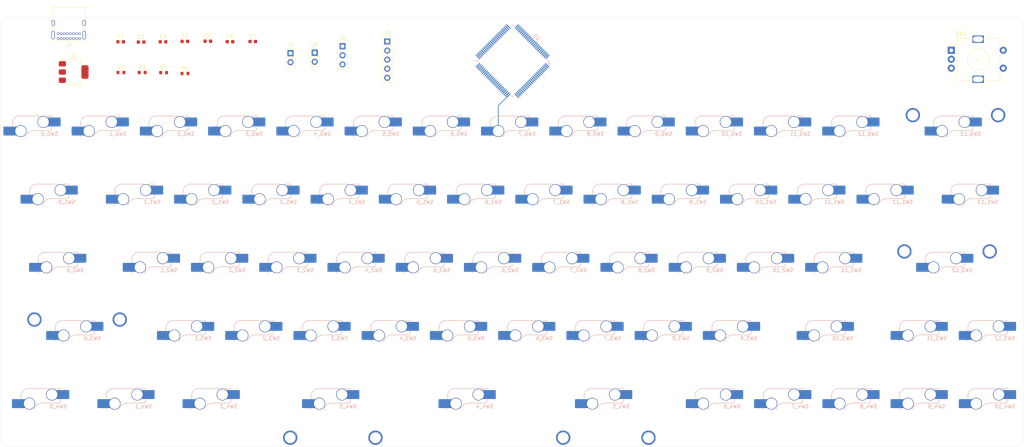
<source format=kicad_pcb>
(kicad_pcb (version 20240108) (generator "pcbnew") (generator_version "8.0")
  (layers (0 "F.Cu" signal) (31 "B.Cu" signal) (34 "B.Paste" user) (35 "F.Paste" user) (36 "B.SilkS" user "B.Silkscreen") (37 "F.SilkS" user "F.Silkscreen") (38 "B.Mask" user) (39 "F.Mask" user) (44 "Edge.Cuts" user))
  (net 0 "")
  (net 1 "GND")
  (net 2 "K0_0")
  (net 3 "K0_1")
  (net 4 "K0_2")
  (net 5 "K0_3")
  (net 6 "K0_4")
  (net 7 "K0_5")
  (net 8 "K0_6")
  (net 9 "K0_7")
  (net 10 "K0_8")
  (net 11 "K0_9")
  (net 12 "K0_10")
  (net 13 "K0_11")
  (net 14 "K0_12")
  (net 15 "K0_13")
  (net 16 "K1_0")
  (net 17 "K1_1")
  (net 18 "K1_2")
  (net 19 "K1_3")
  (net 20 "K1_4")
  (net 21 "K1_5")
  (net 22 "K1_6")
  (net 23 "K1_7")
  (net 24 "K1_8")
  (net 25 "K1_9")
  (net 26 "K1_10")
  (net 27 "K1_11")
  (net 28 "K1_12")
  (net 29 "K1_13")
  (net 30 "K2_0")
  (net 31 "K2_1")
  (net 32 "K2_2")
  (net 33 "K2_3")
  (net 34 "K2_4")
  (net 35 "K2_5")
  (net 36 "K2_6")
  (net 37 "K2_7")
  (net 38 "K2_8")
  (net 39 "K2_9")
  (net 40 "K2_10")
  (net 41 "K2_11")
  (net 42 "K2_12")
  (net 43 "K3_0")
  (net 44 "K3_1")
  (net 45 "K3_2")
  (net 46 "K3_3")
  (net 47 "K3_4")
  (net 48 "K3_5")
  (net 49 "K3_6")
  (net 50 "K3_7")
  (net 51 "K3_8")
  (net 52 "K3_9")
  (net 53 "K3_10")
  (net 54 "K3_11")
  (net 55 "K3_12")
  (net 56 "K4_0")
  (net 57 "K4_1")
  (net 58 "K4_2")
  (net 59 "K4_3")
  (net 60 "K4_4")
  (net 61 "K4_5")
  (net 62 "K4_6")
  (net 63 "K4_7")
  (net 64 "K4_8")
  (net 65 "K4_9")
  (net 66 "K4_10")
  (net 67 "+3V3")
  (net 68 "+5V")
  (net 89 "D_P")
  (net 92 "ENC_B")
  (net 99 "ENC_A")
  (net 116 "RESET")
  (net 125 "SWCLK")
  (net 126 "PA9")
  (net 130 "SWDIO")
  (net 147 "ENC_SW")
  (net 151 "BOOT")
  (net 155 "D_N")
  (net 157 "Net-(J4-CC1)")
  (net 158 "Net-(J4-CC2)")
  (footprint "Connector_PinHeader_2.54mm:PinHeader_1x05_P2.54mm_Vertical" (layer "F.Cu") (at 246.5 134.98)
    (property "Reference" "J3")
    (property "Value" "Conn_01x05")
  )
  (footprint "Connector_PinHeader_2.54mm:PinHeader_1x02_P2.54mm_Vertical" (layer "F.Cu") (at 226.25 138.12)
    (property "Reference" "J2")
    (property "Value" "Conn_01x02")
  )
  (footprint "Connector_USB:USB_C_Receptacle_GCT_USB4085" (layer "F.Cu") (at 160.545 134.165 180)
    (property "Reference" "J4")
    (property "Value" "USB_C_Receptacle_USB2.0_16P")
  )
  (footprint "Resistor_SMD:R_0603_1608Metric" (layer "F.Cu") (at 178.08 143.66)
    (property "Reference" "R2")
    (property "Value" "5.1k")
  )
  (footprint "Connector_PinHeader_2.54mm:PinHeader_1x03_P2.54mm_Vertical" (layer "F.Cu") (at 234.01 136.31)
    (property "Reference" "J6")
    (property "Value" "Conn_01x03")
  )
  (footprint "Capacitor_SMD:C_0603_1608Metric" (layer "F.Cu") (at 177.76 135.14)
    (property "Reference" "C2")
    (property "Value" "4.7uF")
  )
  (footprint "Capacitor_SMD:C_0603_1608Metric" (layer "F.Cu") (at 183.88 135.08)
    (property "Reference" "C3")
    (property "Value" "100nF")
  )
  (footprint "Rotary_Encoder:RotaryEncoder_Alps_EC11E-Switch_Vertical_H20mm" (layer "F.Cu") (at 403.96 137.45)
    (property "Reference" "SW1")
    (property "Value" "RotaryEncoder_Switch")
  )
  (footprint "PCM_marbastlib-mx:STAB_MX_P_2u" (layer "F.Cu") (at 405.13 162.56)
    (property "Reference" "S5" (hide yes))
    (property "Value" "MX_stab")
  )
  (footprint "Capacitor_SMD:C_0603_1608Metric" (layer "F.Cu") (at 208.94 134.99)
    (property "Reference" "C7")
    (property "Value" "100nF")
  )
  (footprint "PCM_marbastlib-mx:STAB_MX_P_2.25u" (layer "F.Cu") (at 307.51145 238.7346 180)
    (property "Reference" "S3" (hide yes))
    (property "Value" "MX_stab")
  )
  (footprint "Capacitor_SMD:C_0603_1608Metric" (layer "F.Cu") (at 202.58 135.05)
    (property "Reference" "C6")
    (property "Value" "100nF")
  )
  (footprint "Resistor_SMD:R_0603_1608Metric" (layer "F.Cu") (at 184.06 143.7)
    (property "Reference" "R3")
    (property "Value" "5.1k")
  )
  (footprint "PCM_marbastlib-mx:STAB_MX_P_2.25u" (layer "F.Cu") (at 159.9 219.69)
    (property "Reference" "S1" (hide yes))
    (property "Value" "MX_stab")
  )
  (footprint "Resistor_SMD:R_0603_1608Metric" (layer "F.Cu") (at 190.02 143.92)
    (property "Reference" "R4")
    (property "Value" "5.1k")
  )
  (footprint "Capacitor_SMD:C_0603_1608Metric" (layer "F.Cu") (at 189.98 134.96)
    (property "Reference" "C4")
    (property "Value" "100nF")
  )
  (footprint "PCM_marbastlib-mx:STAB_MX_P_2.25u" (layer "F.Cu") (at 402.77 200.65)
    (property "Reference" "S4" (hide yes))
    (property "Value" "MX_stab")
  )
  (footprint "Capacitor_SMD:C_0603_1608Metric" (layer "F.Cu") (at 172.08 135.08)
    (property "Reference" "C1")
    (property "Value" "10uF")
  )
  (footprint "Capacitor_SMD:C_0603_1608Metric" (layer "F.Cu") (at 196.4 134.91)
    (property "Reference" "C5")
    (property "Value" "100nF")
  )
  (footprint "PCM_marbastlib-mx:STAB_MX_P_2.25u" (layer "F.Cu") (at 231.29875 238.7346 180)
    (property "Reference" "S2" (hide yes))
    (property "Value" "MX_stab")
  )
  (footprint "Connector_PinHeader_2.54mm:PinHeader_1x02_P2.54mm_Vertical" (layer "F.Cu") (at 219.48 138.255)
    (property "Reference" "J1")
    (property "Value" "Conn_01x02")
  )
  (footprint "Package_TO_SOT_SMD:SOT-223-3_TabPin2" (layer "F.Cu") (at 158.94 143.52)
    (property "Reference" "U1")
    (property "Value" "AMS1117-3.3")
  )
  (footprint "Resistor_SMD:R_0603_1608Metric" (layer "F.Cu") (at 172.14 143.66)
    (property "Reference" "R1")
    (property "Value" "5.1k")
  )
  (footprint "PCM_marbastlib-mx:SW_MX_HS_CPG151101S11_1u" (layer "B.Cu") (at 395.63105 219.69 180)
    (property "Reference" "SW3_11")
    (property "Value" "1u")
  )
  (footprint "PCM_marbastlib-mx:SW_MX_HS_CPG151101S11_1u" (layer "B.Cu") (at 376.59 238.74 180)
    (property "Reference" "SW4_8")
    (property "Value" "1u")
  )
  (footprint "PCM_marbastlib-mx:SW_MX_HS_CPG151101S11_1u" (layer "B.Cu") (at 290.870376 181.6 180)
    (property "Reference" "SW1_7")
    (property "Value" "1u")
  )
  (footprint "PCM_marbastlib-mx:SW_MX_HS_CPG151101S11_1u" (layer "B.Cu") (at 338.49 238.74 180)
    (property "Reference" "SW4_6")
    (property "Value" "1u")
  )
  (footprint "PCM_marbastlib-mx:SW_MX_HS_CPG151101S11_1u" (layer "B.Cu") (at 233.720376 181.6 180)
    (property "Reference" "SW1_4")
    (property "Value" "1u")
  )
  (footprint "PCM_marbastlib-mx:SW_MX_HS_CPG151101S11_1u" (layer "B.Cu") (at 281.305 162.56 180)
    (property "Reference" "SW0_7")
    (property "Value" "1u")
  )
  (footprint "PCM_marbastlib-mx:SW_MX_HS_CPG151101S11_1u" (layer "B.Cu") (at 309.920376 181.6 180)
    (property "Reference" "SW1_8")
    (property "Value" "1u")
  )
  (footprint "PCM_marbastlib-mx:SW_MX_HS_CPG151101S11_1u" (layer "B.Cu") (at 376.555 162.56 180)
    (property "Reference" "SW0_12")
    (property "Value" "1u")
  )
  (footprint "PCM_marbastlib-mx:SW_MX_HS_CPG151101S11_1u" (layer "B.Cu") (at 314.632 200.65 180)
    (property "Reference" "SW2_8")
    (property "Value" "1u")
  )
  (footprint "PCM_marbastlib-mx:SW_MX_HS_CPG151101S11_1.75u" (layer "B.Cu") (at 155.12 200.65 180)
    (property "Reference" "SW2_0")
    (property "Value" "1.75u")
  )
  (footprint "PCM_marbastlib-mx:SW_MX_HS_CPG151101S11_1u" (layer "B.Cu") (at 333.682 200.65 180)
    (property "Reference" "SW2_9")
    (property "Value" "1u")
  )
  (footprint "PCM_marbastlib-mx:SW_MX_HS_CPG151101S11_1.75u" (layer "B.Cu") (at 369.41825 219.69 180)
    (property "Reference" "SW3_10")
    (property "Value" "1.75u")
  )
  (footprint "PCM_marbastlib-mx:SW_MX_HS_CPG151101S11_1u" (layer "B.Cu") (at 348.020376 181.6 180)
    (property "Reference" "SW1_10")
    (property "Value" "1u")
  )
  (footprint "PCM_marbastlib-mx:SW_MX_HS_CPG151101S11_1u" (layer "B.Cu") (at 209.88085 219.69 180)
    (property "Reference" "SW3_2")
    (property "Value" "1u")
  )
  (footprint "PCM_marbastlib-mx:SW_MX_HS_CPG151101S11_1u" (layer "B.Cu") (at 228.93085 219.69 180)
    (property "Reference" "SW3_3")
    (property "Value" "1u")
  )
  (footprint "PCM_marbastlib-mx:SW_MX_HS_CPG151101S11_1u" (layer "B.Cu") (at 307.5274 238.74 180)
    (property "Reference" "SW4_5")
    (property "Value" "2.25u")
  )
  (footprint "PCM_marbastlib-mx:SW_MX_HS_CPG151101S11_1u" (layer "B.Cu") (at 386.120376 181.6 180)
    (property "Reference" "SW1_12")
    (property "Value" "1u")
  )
  (footprint "PCM_marbastlib-mx:SW_MX_HS_CPG151101S11_1.25u" (layer "B.Cu") (at 174.1774 238.74 180)
    (property "Reference" "SW4_1")
    (property "Value" "1.25u")
  )
  (footprint "PCM_marbastlib-mx:SW_MX_HS_CPG151101S11_1u" (layer "B.Cu") (at 167.005 162.56 180)
    (property "Reference" "SW0_1")
    (property "Value" "1u")
  )
  (footprint "PCM_marbastlib-mx:SW_MX_HS_CPG151101S11_1u" (layer "B.Cu") (at 243.205 162.56 180)
    (property "Reference" "SW0_5")
    (property "Value" "1u")
  )
  (footprint "PCM_marbastlib-mx:SW_MX_HS_CPG151101S11_1.5u" (layer "B.Cu") (at 409.92 181.6 180)
    (property "Reference" "SW1_13")
    (property "Value" "1.5u")
  )
  (footprint "PCM_marbastlib-mx:SW_MX_HS_CPG151101S11_1u" (layer "B.Cu") (at 338.455 162.56 180)
    (property "Reference" "SW0_10")
    (property "Value" "1u")
  )
  (footprint "PCM_marbastlib-mx:SW_MX_HS_CPG151101S11_1u" (layer "B.Cu") (at 414.69 238.74 180)
    (property "Reference" "SW4_10")
    (property "Value" "1u")
  )
  (footprint "PCM_marbastlib-mx:SW_MX_HS_CPG151101S11_1.75u" (layer "B.Cu") (at 269.4274 238.74 180)
    (property "Reference" "SW4_4")
    (property "Value" "1.75u")
  )
  (footprint "PCM_marbastlib-mx:SW_MX_HS_CPG151101S11_1u" (layer "B.Cu") (at 247.98085 219.69 180)
    (property "Reference" "SW3_4")
    (property "Value" "1u")
  )
  (footprint "PCM_marbastlib-mx:SW_MX_HS_CPG151101S11_1u" (layer "B.Cu") (at 352.732 200.65 180)
    (property "Reference" "SW2_10")
    (property "Value" "1u")
  )
  (footprint "PCM_marbastlib-mx:SW_MX_HS_CPG151101S11_1u" (layer "B.Cu") (at 286.08085 219.69 180)
    (property "Reference" "SW3_6")
    (property "Value" "1u")
  )
  (footprint "PCM_marbastlib-mx:SW_MX_HS_CPG151101S11_1u" (layer "B.Cu") (at 147.955 162.56 180)
    (property "Reference" "SW0_0")
    (property "Value" "1u")
  )
  (footprint "PCM_marbastlib-mx:SW_MX_HS_CPG151101S11_1u" (layer "B.Cu") (at 414.68105 219.69 180)
    (property "Reference" "SW3_12")
    (property "Value" "1u")
  )
  (footprint "PCM_marbastlib-mx:SW_MX_HS_CPG151101S11_1u" (layer "B.Cu") (at 252.770376 181.6 180)
    (property "Reference" "SW1_5")
    (property "Value" "1u")
  )
  (footprint "PCM_marbastlib-mx:SW_MX_HS_CPG151101S11_1u" (layer "B.Cu") (at 195.620376 181.6 180)
    (property "Reference" "SW1_2")
    (property "Value" "1u")
  )
  (footprint "PCM_marbastlib-mx:SW_MX_HS_CPG151101S11_1u" (layer "B.Cu") (at 343.23085 219.69 180)
    (property "Reference" "SW3_9")
    (property "Value" "1u")
  )
  (footprint "PCM_marbastlib-mx:SW_MX_HS_CPG151101S11_1u" (layer "B.Cu") (at 267.03085 219.69 180)
    (property "Reference" "SW3_5")
    (property "Value" "1u")
  )
  (footprint "PCM_marbastlib-mx:SW_MX_HS_CPG151101S11_1u" (layer "B.Cu") (at 205.105 162.56 180)
    (property "Reference" "SW0_3")
    (property "Value" "1u")
  )
  (footprint "PCM_marbastlib-mx:SW_MX_HS_CPG151101S11_1u" (layer "B.Cu") (at 271.820376 181.6 180)
    (property "Reference" "SW1_6")
    (property "Value" "1u")
  )
  (footprint "PCM_marbastlib-mx:SW_MX_HS_CPG151101S11_1u" (layer "B.Cu") (at 319.405 162.56 180)
    (property "Reference" "SW0_9")
    (property "Value" "1u")
  )
  (footprint "PCM_marbastlib-mx:SW_MX_HS_CPG151101S11_1u" (layer "B.Cu") (at 262.255 162.56 180)
    (property "Reference" "SW0_6")
    (property "Value" "1u")
  )
  (footprint "PCM_marbastlib-mx:SW_MX_HS_CPG151101S11_1u" (layer "B.Cu") (at 300.355 162.56 180)
    (property "Reference" "SW0_8")
    (property "Value" "1u")
  )
  (footprint "PCM_marbastlib-mx:SW_MX_HS_CPG151101S11_1u" (layer "B.Cu") (at 257.482 200.65 180)
    (property "Reference" "SW2_5")
    (property "Value" "1u")
  )
  (footprint "PCM_marbastlib-mx:SW_MX_HS_CPG151101S11_1u" (layer "B.Cu") (at 328.970376 181.6 180)
    (property "Reference" "SW1_9")
    (property "Value" "1u")
  )
  (footprint "PCM_marbastlib-mx:SW_MX_HS_CPG151101S11_1u" (layer "B.Cu") (at 324.18085 219.69 180)
    (property "Reference" "SW3_8")
    (property "Value" "1u")
  )
  (footprint "PCM_marbastlib-mx:SW_MX_HS_CPG151101S11_1u" (layer "B.Cu") (at 305.13085 219.69 180)
    (property "Reference" "SW3_7")
    (property "Value" "1u")
  )
  (footprint "Package_QFP:LQFP-100_14x14mm_P0.5mm" (layer "B.Cu") (at 281.473616 140.457705 135)
    (property "Reference" "U2")
    (property "Value" "STM32F072VBTx")
  )
  (footprint "PCM_marbastlib-mx:SW_MX_HS_CPG151101S11_1u" (layer "B.Cu") (at 402.77 200.65 180)
    (property "Reference" "SW2_12")
    (property "Value" "2.25u")
  )
  (footprint "PCM_marbastlib-mx:SW_MX_HS_CPG151101S11_1u" (layer "B.Cu") (at 214.670376 181.6 180)
    (property "Reference" "SW1_3")
    (property "Value" "1u")
  )
  (footprint "PCM_marbastlib-mx:SW_MX_HS_CPG151101S11_1u" (layer "B.Cu") (at 371.782 200.65 180)
    (property "Reference" "SW2_11")
    (property "Value" "1u")
  )
  (footprint "PCM_marbastlib-mx:SW_MX_HS_CPG151101S11_1u" (layer "B.Cu") (at 367.070376 181.6 180)
    (property "Reference" "SW1_11")
    (property "Value" "1u")
  )
  (footprint "PCM_marbastlib-mx:SW_MX_HS_CPG151101S11_1u" (layer "B.Cu") (at 200.332 200.65 180)
    (property "Reference" "SW2_2")
    (property "Value" "1u")
  )
  (footprint "PCM_marbastlib-mx:SW_MX_HS_CPG151101S11_1u" (layer "B.Cu") (at 238.432 200.65 180)
    (property "Reference" "SW2_4")
    (property "Value" "1u")
  )
  (footprint "PCM_marbastlib-mx:SW_MX_HS_CPG151101S11_1u" (layer "B.Cu") (at 186.055 162.56 180)
    (property "Reference" "SW0_2")
    (property "Value" "1u")
  )
  (footprint "PCM_marbastlib-mx:SW_MX_HS_CPG151101S11_1u" (layer "B.Cu") (at 190.83085 219.69 180)
    (property "Reference" "SW3_1")
    (property "Value" "1u")
  )
  (footprint "PCM_marbastlib-mx:SW_MX_HS_CPG151101S11_1u" (layer "B.Cu") (at 276.532 200.65 180)
    (property "Reference" "SW2_6")
    (property "Value" "1u")
  )
  (footprint "PCM_marbastlib-mx:SW_MX_HS_CPG151101S11_1u" (layer "B.Cu") (at 159.9 219.69 180)
    (property "Reference" "SW3_0")
    (property "Value" "2.25u")
  )
  (footprint "PCM_marbastlib-mx:SW_MX_HS_CPG151101S11_1u" (layer "B.Cu") (at 224.155 162.56 180)
    (property "Reference" "SW0_4")
    (property "Value" "1u")
  )
  (footprint "PCM_marbastlib-mx:SW_MX_HS_CPG151101S11_1u" (layer "B.Cu") (at 295.582 200.65 180)
    (property "Reference" "SW2_7")
    (property "Value" "1u")
  )
  (footprint "PCM_marbastlib-mx:SW_MX_HS_CPG151101S11_1.25u" (layer "B.Cu") (at 197.977024 238.74 180)
    (property "Reference" "SW4_2")
    (property "Value" "1.25u")
  )
  (footprint "PCM_marbastlib-mx:SW_MX_HS_CPG151101S11_1u" (layer "B.Cu") (at 405.13 162.56 180)
    (property "Reference" "SW0_13")
    (property "Value" "2u")
  )
  (footprint "PCM_marbastlib-mx:SW_MX_HS_CPG151101S11_1u" (layer "B.Cu") (at 357.54 238.74 180)
    (property "Reference" "SW4_7")
    (property "Value" "1u")
  )
  (footprint "PCM_marbastlib-mx:SW_MX_HS_CPG151101S11_1.5u" (layer "B.Cu") (at 152.745176 181.6 180)
    (property "Reference" "SW1_0")
    (property "Value" "1.5u")
  )
  (footprint "PCM_marbastlib-mx:SW_MX_HS_CPG151101S11_1u" (layer "B.Cu") (at 219.382 200.65 180)
    (property "Reference" "SW2_3")
    (property "Value" "1u")
  )
  (footprint "PCM_marbastlib-mx:SW_MX_HS_CPG151101S11_1u" (layer "B.Cu") (at 176.570376 181.6 180)
    (property "Reference" "SW1_1")
    (property "Value" "1u")
  )
  (footprint "PCM_marbastlib-mx:SW_MX_HS_CPG151101S11_1u" (layer "B.Cu") (at 395.64 238.74 180)
    (property "Reference" "SW4_9")
    (property "Value" "1u")
  )
  (footprint "PCM_marbastlib-mx:SW_MX_HS_CPG151101S11_1.25u" (layer "B.Cu") (at 150.3522 238.74 180)
    (property "Reference" "SW4_0")
    (property "Value" "1.25u")
  )
  (footprint "PCM_marbastlib-mx:SW_MX_HS_CPG151101S11_1u" (layer "B.Cu") (at 231.3274 238.74 180)
    (property "Reference" "SW4_3")
    (property "Value" "2.25u")
  )
  (footprint "PCM_marbastlib-mx:SW_MX_HS_CPG151101S11_1u" (layer "B.Cu") (at 357.505 162.56 180)
    (property "Reference" "SW0_11")
    (property "Value" "1u")
  )
  (footprint "PCM_marbastlib-mx:SW_MX_HS_CPG151101S11_1u" (layer "B.Cu") (at 181.282 200.65 180)
    (property "Reference" "SW2_1")
    (property "Value" "1u")
  )
  (gr_arc (start 424.230925 245.719601) (mid 423.488458 247.524698) (end 421.6908 248.285) (stroke (width 0.05)) (layer "Edge.Cuts"))
  (gr_arc (start 138.455275 130.784602) (mid 139.197741 128.979504) (end 140.9954 128.219203) (stroke (width 0.05)) (layer "Edge.Cuts"))
  (gr_arc (start 141.022498 248.265467) (mid 139.2174 247.523) (end 138.457099 245.725342) (stroke (width 0.05)) (layer "Edge.Cuts"))
  (gr_line (start 424.205395 130.759202) (end 424.230925 245.719601) (stroke (width 0.05)) (layer "Edge.Cuts"))
  (gr_arc (start 421.639997 128.219077) (mid 423.445094 128.961544) (end 424.205395 130.759202) (stroke (width 0.05)) (layer "Edge.Cuts"))
  (gr_line (start 421.6908 248.285) (end 141.022498 248.265467) (stroke (width 0.05)) (layer "Edge.Cuts"))
  (gr_line (start 138.457099 245.725342) (end 138.455275 130.784602) (stroke (width 0.05)) (layer "Edge.Cuts"))
  (gr_line (start 140.9954 128.219203) (end 421.639997 128.219077) (stroke (width 0.05)) (layer "Edge.Cuts"))
  (segment (start 277.495 152.921602) (end 280.289212 150.12739) (width 0.2) (layer "B.Cu") (net 9))
  (segment (start 277.495 160.02) (end 277.495 152.921602) (width 0.2) (layer "B.Cu") (net 9))
)
</source>
